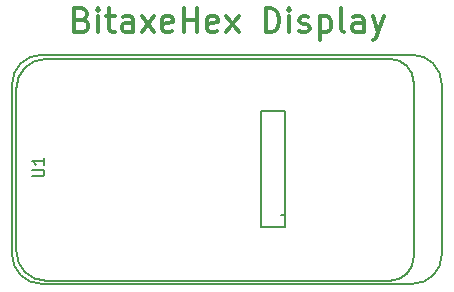
<source format=gbr>
%TF.GenerationSoftware,KiCad,Pcbnew,7.0.7*%
%TF.CreationDate,2023-10-31T21:22:21-06:00*%
%TF.ProjectId,hex-display,6865782d-6469-4737-906c-61792e6b6963,rev?*%
%TF.SameCoordinates,Original*%
%TF.FileFunction,Legend,Top*%
%TF.FilePolarity,Positive*%
%FSLAX46Y46*%
G04 Gerber Fmt 4.6, Leading zero omitted, Abs format (unit mm)*
G04 Created by KiCad (PCBNEW 7.0.7) date 2023-10-31 21:22:21*
%MOMM*%
%LPD*%
G01*
G04 APERTURE LIST*
%ADD10C,0.300000*%
%ADD11C,0.150000*%
%ADD12C,0.200000*%
G04 APERTURE END LIST*
D10*
X131140225Y-77392019D02*
X131425939Y-77487257D01*
X131425939Y-77487257D02*
X131521177Y-77582495D01*
X131521177Y-77582495D02*
X131616415Y-77772971D01*
X131616415Y-77772971D02*
X131616415Y-78058685D01*
X131616415Y-78058685D02*
X131521177Y-78249161D01*
X131521177Y-78249161D02*
X131425939Y-78344400D01*
X131425939Y-78344400D02*
X131235463Y-78439638D01*
X131235463Y-78439638D02*
X130473558Y-78439638D01*
X130473558Y-78439638D02*
X130473558Y-76439638D01*
X130473558Y-76439638D02*
X131140225Y-76439638D01*
X131140225Y-76439638D02*
X131330701Y-76534876D01*
X131330701Y-76534876D02*
X131425939Y-76630114D01*
X131425939Y-76630114D02*
X131521177Y-76820590D01*
X131521177Y-76820590D02*
X131521177Y-77011066D01*
X131521177Y-77011066D02*
X131425939Y-77201542D01*
X131425939Y-77201542D02*
X131330701Y-77296780D01*
X131330701Y-77296780D02*
X131140225Y-77392019D01*
X131140225Y-77392019D02*
X130473558Y-77392019D01*
X132473558Y-78439638D02*
X132473558Y-77106304D01*
X132473558Y-76439638D02*
X132378320Y-76534876D01*
X132378320Y-76534876D02*
X132473558Y-76630114D01*
X132473558Y-76630114D02*
X132568796Y-76534876D01*
X132568796Y-76534876D02*
X132473558Y-76439638D01*
X132473558Y-76439638D02*
X132473558Y-76630114D01*
X133140225Y-77106304D02*
X133902129Y-77106304D01*
X133425939Y-76439638D02*
X133425939Y-78153923D01*
X133425939Y-78153923D02*
X133521177Y-78344400D01*
X133521177Y-78344400D02*
X133711653Y-78439638D01*
X133711653Y-78439638D02*
X133902129Y-78439638D01*
X135425939Y-78439638D02*
X135425939Y-77392019D01*
X135425939Y-77392019D02*
X135330701Y-77201542D01*
X135330701Y-77201542D02*
X135140225Y-77106304D01*
X135140225Y-77106304D02*
X134759272Y-77106304D01*
X134759272Y-77106304D02*
X134568796Y-77201542D01*
X135425939Y-78344400D02*
X135235463Y-78439638D01*
X135235463Y-78439638D02*
X134759272Y-78439638D01*
X134759272Y-78439638D02*
X134568796Y-78344400D01*
X134568796Y-78344400D02*
X134473558Y-78153923D01*
X134473558Y-78153923D02*
X134473558Y-77963447D01*
X134473558Y-77963447D02*
X134568796Y-77772971D01*
X134568796Y-77772971D02*
X134759272Y-77677733D01*
X134759272Y-77677733D02*
X135235463Y-77677733D01*
X135235463Y-77677733D02*
X135425939Y-77582495D01*
X136187844Y-78439638D02*
X137235463Y-77106304D01*
X136187844Y-77106304D02*
X137235463Y-78439638D01*
X138759273Y-78344400D02*
X138568797Y-78439638D01*
X138568797Y-78439638D02*
X138187844Y-78439638D01*
X138187844Y-78439638D02*
X137997368Y-78344400D01*
X137997368Y-78344400D02*
X137902130Y-78153923D01*
X137902130Y-78153923D02*
X137902130Y-77392019D01*
X137902130Y-77392019D02*
X137997368Y-77201542D01*
X137997368Y-77201542D02*
X138187844Y-77106304D01*
X138187844Y-77106304D02*
X138568797Y-77106304D01*
X138568797Y-77106304D02*
X138759273Y-77201542D01*
X138759273Y-77201542D02*
X138854511Y-77392019D01*
X138854511Y-77392019D02*
X138854511Y-77582495D01*
X138854511Y-77582495D02*
X137902130Y-77772971D01*
X139711654Y-78439638D02*
X139711654Y-76439638D01*
X139711654Y-77392019D02*
X140854511Y-77392019D01*
X140854511Y-78439638D02*
X140854511Y-76439638D01*
X142568797Y-78344400D02*
X142378321Y-78439638D01*
X142378321Y-78439638D02*
X141997368Y-78439638D01*
X141997368Y-78439638D02*
X141806892Y-78344400D01*
X141806892Y-78344400D02*
X141711654Y-78153923D01*
X141711654Y-78153923D02*
X141711654Y-77392019D01*
X141711654Y-77392019D02*
X141806892Y-77201542D01*
X141806892Y-77201542D02*
X141997368Y-77106304D01*
X141997368Y-77106304D02*
X142378321Y-77106304D01*
X142378321Y-77106304D02*
X142568797Y-77201542D01*
X142568797Y-77201542D02*
X142664035Y-77392019D01*
X142664035Y-77392019D02*
X142664035Y-77582495D01*
X142664035Y-77582495D02*
X141711654Y-77772971D01*
X143330702Y-78439638D02*
X144378321Y-77106304D01*
X143330702Y-77106304D02*
X144378321Y-78439638D01*
X146664036Y-78439638D02*
X146664036Y-76439638D01*
X146664036Y-76439638D02*
X147140226Y-76439638D01*
X147140226Y-76439638D02*
X147425941Y-76534876D01*
X147425941Y-76534876D02*
X147616417Y-76725352D01*
X147616417Y-76725352D02*
X147711655Y-76915828D01*
X147711655Y-76915828D02*
X147806893Y-77296780D01*
X147806893Y-77296780D02*
X147806893Y-77582495D01*
X147806893Y-77582495D02*
X147711655Y-77963447D01*
X147711655Y-77963447D02*
X147616417Y-78153923D01*
X147616417Y-78153923D02*
X147425941Y-78344400D01*
X147425941Y-78344400D02*
X147140226Y-78439638D01*
X147140226Y-78439638D02*
X146664036Y-78439638D01*
X148664036Y-78439638D02*
X148664036Y-77106304D01*
X148664036Y-76439638D02*
X148568798Y-76534876D01*
X148568798Y-76534876D02*
X148664036Y-76630114D01*
X148664036Y-76630114D02*
X148759274Y-76534876D01*
X148759274Y-76534876D02*
X148664036Y-76439638D01*
X148664036Y-76439638D02*
X148664036Y-76630114D01*
X149521179Y-78344400D02*
X149711655Y-78439638D01*
X149711655Y-78439638D02*
X150092607Y-78439638D01*
X150092607Y-78439638D02*
X150283084Y-78344400D01*
X150283084Y-78344400D02*
X150378322Y-78153923D01*
X150378322Y-78153923D02*
X150378322Y-78058685D01*
X150378322Y-78058685D02*
X150283084Y-77868209D01*
X150283084Y-77868209D02*
X150092607Y-77772971D01*
X150092607Y-77772971D02*
X149806893Y-77772971D01*
X149806893Y-77772971D02*
X149616417Y-77677733D01*
X149616417Y-77677733D02*
X149521179Y-77487257D01*
X149521179Y-77487257D02*
X149521179Y-77392019D01*
X149521179Y-77392019D02*
X149616417Y-77201542D01*
X149616417Y-77201542D02*
X149806893Y-77106304D01*
X149806893Y-77106304D02*
X150092607Y-77106304D01*
X150092607Y-77106304D02*
X150283084Y-77201542D01*
X151235465Y-77106304D02*
X151235465Y-79106304D01*
X151235465Y-77201542D02*
X151425941Y-77106304D01*
X151425941Y-77106304D02*
X151806894Y-77106304D01*
X151806894Y-77106304D02*
X151997370Y-77201542D01*
X151997370Y-77201542D02*
X152092608Y-77296780D01*
X152092608Y-77296780D02*
X152187846Y-77487257D01*
X152187846Y-77487257D02*
X152187846Y-78058685D01*
X152187846Y-78058685D02*
X152092608Y-78249161D01*
X152092608Y-78249161D02*
X151997370Y-78344400D01*
X151997370Y-78344400D02*
X151806894Y-78439638D01*
X151806894Y-78439638D02*
X151425941Y-78439638D01*
X151425941Y-78439638D02*
X151235465Y-78344400D01*
X153330703Y-78439638D02*
X153140227Y-78344400D01*
X153140227Y-78344400D02*
X153044989Y-78153923D01*
X153044989Y-78153923D02*
X153044989Y-76439638D01*
X154949751Y-78439638D02*
X154949751Y-77392019D01*
X154949751Y-77392019D02*
X154854513Y-77201542D01*
X154854513Y-77201542D02*
X154664037Y-77106304D01*
X154664037Y-77106304D02*
X154283084Y-77106304D01*
X154283084Y-77106304D02*
X154092608Y-77201542D01*
X154949751Y-78344400D02*
X154759275Y-78439638D01*
X154759275Y-78439638D02*
X154283084Y-78439638D01*
X154283084Y-78439638D02*
X154092608Y-78344400D01*
X154092608Y-78344400D02*
X153997370Y-78153923D01*
X153997370Y-78153923D02*
X153997370Y-77963447D01*
X153997370Y-77963447D02*
X154092608Y-77772971D01*
X154092608Y-77772971D02*
X154283084Y-77677733D01*
X154283084Y-77677733D02*
X154759275Y-77677733D01*
X154759275Y-77677733D02*
X154949751Y-77582495D01*
X155711656Y-77106304D02*
X156187846Y-78439638D01*
X156664037Y-77106304D02*
X156187846Y-78439638D01*
X156187846Y-78439638D02*
X155997370Y-78915828D01*
X155997370Y-78915828D02*
X155902132Y-79011066D01*
X155902132Y-79011066D02*
X155711656Y-79106304D01*
D11*
X126917419Y-90666504D02*
X127726942Y-90666504D01*
X127726942Y-90666504D02*
X127822180Y-90618885D01*
X127822180Y-90618885D02*
X127869800Y-90571266D01*
X127869800Y-90571266D02*
X127917419Y-90476028D01*
X127917419Y-90476028D02*
X127917419Y-90285552D01*
X127917419Y-90285552D02*
X127869800Y-90190314D01*
X127869800Y-90190314D02*
X127822180Y-90142695D01*
X127822180Y-90142695D02*
X127726942Y-90095076D01*
X127726942Y-90095076D02*
X126917419Y-90095076D01*
X127917419Y-89095076D02*
X127917419Y-89666504D01*
X127917419Y-89380790D02*
X126917419Y-89380790D01*
X126917419Y-89380790D02*
X127060276Y-89476028D01*
X127060276Y-89476028D02*
X127155514Y-89571266D01*
X127155514Y-89571266D02*
X127203133Y-89666504D01*
D12*
%TO.C,U1*%
X127687102Y-99760971D02*
X159081632Y-99760971D01*
X128050455Y-99501196D02*
X128050455Y-99491196D01*
X157200455Y-99501196D02*
X128050455Y-99501196D01*
X128050455Y-99491196D02*
X157200455Y-99491196D01*
X157200455Y-99491196D02*
X157200455Y-99501196D01*
X159190455Y-97501196D02*
X159200455Y-97501196D01*
X159190455Y-97501196D02*
X159190455Y-82711196D01*
X161581632Y-97260971D02*
X161581632Y-82866387D01*
X125550455Y-97001196D02*
X125560455Y-97001196D01*
X125550455Y-97001196D02*
X125550455Y-83211196D01*
X146284000Y-94933800D02*
X148283751Y-94933800D01*
X146284000Y-94933800D02*
X146284000Y-85144694D01*
X148283751Y-94933800D02*
X148283751Y-85144694D01*
X148283751Y-93900964D02*
X147935619Y-93900964D01*
X146284000Y-85144694D02*
X148283751Y-85144694D01*
X125550455Y-83211196D02*
X125560455Y-83211196D01*
X125560455Y-83211196D02*
X125560455Y-97001196D01*
X125187102Y-82866387D02*
X125187102Y-97260971D01*
X159190455Y-82711196D02*
X159200455Y-82711196D01*
X159200455Y-82711196D02*
X159200455Y-97501196D01*
X157200455Y-80721196D02*
X128050455Y-80721196D01*
X157200455Y-80721196D02*
X157200455Y-80711196D01*
X128050455Y-80711196D02*
X128050455Y-80721196D01*
X128050455Y-80711196D02*
X157200455Y-80711196D01*
X159081632Y-80366387D02*
X127687102Y-80366387D01*
X125187102Y-97260971D02*
G75*
G03*
X127687102Y-99760971I2500000J0D01*
G01*
X125550456Y-97001196D02*
G75*
G03*
X128050455Y-99501195I2500000J1D01*
G01*
X125560456Y-97001196D02*
G75*
G03*
X128050455Y-99491195I2490000J1D01*
G01*
X157200455Y-99491196D02*
G75*
G03*
X159190455Y-97501196I-2J1990002D01*
G01*
X157200455Y-99501196D02*
G75*
G03*
X159200455Y-97501196I1J1999999D01*
G01*
X159081632Y-99760971D02*
G75*
G03*
X161581632Y-97260971I0J2500000D01*
G01*
X128050455Y-80711196D02*
G75*
G03*
X125550455Y-83211196I0J-2500000D01*
G01*
X128050455Y-80721196D02*
G75*
G03*
X125560455Y-83211196I0J-2490000D01*
G01*
X127687102Y-80366387D02*
G75*
G03*
X125187102Y-82866387I0J-2500000D01*
G01*
X159190455Y-82711196D02*
G75*
G03*
X157200455Y-80721196I-1990002J-2D01*
G01*
X159200455Y-82711196D02*
G75*
G03*
X157200455Y-80711196I-1999999J1D01*
G01*
X161581632Y-82866387D02*
G75*
G03*
X159081632Y-80366387I-2500000J0D01*
G01*
%TD*%
M02*

</source>
